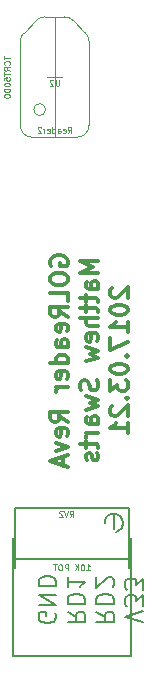
<source format=gbo>
G04 #@! TF.FileFunction,Legend,Bot*
%FSLAX46Y46*%
G04 Gerber Fmt 4.6, Leading zero omitted, Abs format (unit mm)*
G04 Created by KiCad (PCBNEW 4.0.4-stable) date 03/22/17 00:01:14*
%MOMM*%
%LPD*%
G01*
G04 APERTURE LIST*
%ADD10C,0.100000*%
%ADD11C,0.300000*%
%ADD12C,0.200000*%
%ADD13C,0.150000*%
G04 APERTURE END LIST*
D10*
X125119047Y-133726190D02*
X125285714Y-133488095D01*
X125404761Y-133726190D02*
X125404761Y-133226190D01*
X125214285Y-133226190D01*
X125166666Y-133250000D01*
X125142857Y-133273810D01*
X125119047Y-133321429D01*
X125119047Y-133392857D01*
X125142857Y-133440476D01*
X125166666Y-133464286D01*
X125214285Y-133488095D01*
X125404761Y-133488095D01*
X124714285Y-133702381D02*
X124761904Y-133726190D01*
X124857142Y-133726190D01*
X124904761Y-133702381D01*
X124928571Y-133654762D01*
X124928571Y-133464286D01*
X124904761Y-133416667D01*
X124857142Y-133392857D01*
X124761904Y-133392857D01*
X124714285Y-133416667D01*
X124690476Y-133464286D01*
X124690476Y-133511905D01*
X124928571Y-133559524D01*
X124261905Y-133726190D02*
X124261905Y-133464286D01*
X124285714Y-133416667D01*
X124333333Y-133392857D01*
X124428571Y-133392857D01*
X124476190Y-133416667D01*
X124261905Y-133702381D02*
X124309524Y-133726190D01*
X124428571Y-133726190D01*
X124476190Y-133702381D01*
X124500000Y-133654762D01*
X124500000Y-133607143D01*
X124476190Y-133559524D01*
X124428571Y-133535714D01*
X124309524Y-133535714D01*
X124261905Y-133511905D01*
X123809524Y-133726190D02*
X123809524Y-133226190D01*
X123809524Y-133702381D02*
X123857143Y-133726190D01*
X123952381Y-133726190D01*
X124000000Y-133702381D01*
X124023809Y-133678571D01*
X124047619Y-133630952D01*
X124047619Y-133488095D01*
X124023809Y-133440476D01*
X124000000Y-133416667D01*
X123952381Y-133392857D01*
X123857143Y-133392857D01*
X123809524Y-133416667D01*
X123380952Y-133702381D02*
X123428571Y-133726190D01*
X123523809Y-133726190D01*
X123571428Y-133702381D01*
X123595238Y-133654762D01*
X123595238Y-133464286D01*
X123571428Y-133416667D01*
X123523809Y-133392857D01*
X123428571Y-133392857D01*
X123380952Y-133416667D01*
X123357143Y-133464286D01*
X123357143Y-133511905D01*
X123595238Y-133559524D01*
X123142857Y-133726190D02*
X123142857Y-133392857D01*
X123142857Y-133488095D02*
X123119048Y-133440476D01*
X123095238Y-133416667D01*
X123047619Y-133392857D01*
X123000000Y-133392857D01*
X122857143Y-133273810D02*
X122833333Y-133250000D01*
X122785714Y-133226190D01*
X122666667Y-133226190D01*
X122619048Y-133250000D01*
X122595238Y-133273810D01*
X122571429Y-133321429D01*
X122571429Y-133369048D01*
X122595238Y-133440476D01*
X122880952Y-133726190D01*
X122571429Y-133726190D01*
D11*
X123700000Y-144964286D02*
X123628571Y-144821429D01*
X123628571Y-144607143D01*
X123700000Y-144392858D01*
X123842857Y-144250000D01*
X123985714Y-144178572D01*
X124271429Y-144107143D01*
X124485714Y-144107143D01*
X124771429Y-144178572D01*
X124914286Y-144250000D01*
X125057143Y-144392858D01*
X125128571Y-144607143D01*
X125128571Y-144750000D01*
X125057143Y-144964286D01*
X124985714Y-145035715D01*
X124485714Y-145035715D01*
X124485714Y-144750000D01*
X123628571Y-145964286D02*
X123628571Y-146250000D01*
X123700000Y-146392858D01*
X123842857Y-146535715D01*
X124128571Y-146607143D01*
X124628571Y-146607143D01*
X124914286Y-146535715D01*
X125057143Y-146392858D01*
X125128571Y-146250000D01*
X125128571Y-145964286D01*
X125057143Y-145821429D01*
X124914286Y-145678572D01*
X124628571Y-145607143D01*
X124128571Y-145607143D01*
X123842857Y-145678572D01*
X123700000Y-145821429D01*
X123628571Y-145964286D01*
X125128571Y-147964287D02*
X125128571Y-147250001D01*
X123628571Y-147250001D01*
X125128571Y-149321430D02*
X124414286Y-148821430D01*
X125128571Y-148464287D02*
X123628571Y-148464287D01*
X123628571Y-149035715D01*
X123700000Y-149178573D01*
X123771429Y-149250001D01*
X123914286Y-149321430D01*
X124128571Y-149321430D01*
X124271429Y-149250001D01*
X124342857Y-149178573D01*
X124414286Y-149035715D01*
X124414286Y-148464287D01*
X125057143Y-150535715D02*
X125128571Y-150392858D01*
X125128571Y-150107144D01*
X125057143Y-149964287D01*
X124914286Y-149892858D01*
X124342857Y-149892858D01*
X124200000Y-149964287D01*
X124128571Y-150107144D01*
X124128571Y-150392858D01*
X124200000Y-150535715D01*
X124342857Y-150607144D01*
X124485714Y-150607144D01*
X124628571Y-149892858D01*
X125128571Y-151892858D02*
X124342857Y-151892858D01*
X124200000Y-151821429D01*
X124128571Y-151678572D01*
X124128571Y-151392858D01*
X124200000Y-151250001D01*
X125057143Y-151892858D02*
X125128571Y-151750001D01*
X125128571Y-151392858D01*
X125057143Y-151250001D01*
X124914286Y-151178572D01*
X124771429Y-151178572D01*
X124628571Y-151250001D01*
X124557143Y-151392858D01*
X124557143Y-151750001D01*
X124485714Y-151892858D01*
X125128571Y-153250001D02*
X123628571Y-153250001D01*
X125057143Y-153250001D02*
X125128571Y-153107144D01*
X125128571Y-152821430D01*
X125057143Y-152678572D01*
X124985714Y-152607144D01*
X124842857Y-152535715D01*
X124414286Y-152535715D01*
X124271429Y-152607144D01*
X124200000Y-152678572D01*
X124128571Y-152821430D01*
X124128571Y-153107144D01*
X124200000Y-153250001D01*
X125057143Y-154535715D02*
X125128571Y-154392858D01*
X125128571Y-154107144D01*
X125057143Y-153964287D01*
X124914286Y-153892858D01*
X124342857Y-153892858D01*
X124200000Y-153964287D01*
X124128571Y-154107144D01*
X124128571Y-154392858D01*
X124200000Y-154535715D01*
X124342857Y-154607144D01*
X124485714Y-154607144D01*
X124628571Y-153892858D01*
X125128571Y-155250001D02*
X124128571Y-155250001D01*
X124414286Y-155250001D02*
X124271429Y-155321429D01*
X124200000Y-155392858D01*
X124128571Y-155535715D01*
X124128571Y-155678572D01*
X125128571Y-158178572D02*
X124414286Y-157678572D01*
X125128571Y-157321429D02*
X123628571Y-157321429D01*
X123628571Y-157892857D01*
X123700000Y-158035715D01*
X123771429Y-158107143D01*
X123914286Y-158178572D01*
X124128571Y-158178572D01*
X124271429Y-158107143D01*
X124342857Y-158035715D01*
X124414286Y-157892857D01*
X124414286Y-157321429D01*
X125057143Y-159392857D02*
X125128571Y-159250000D01*
X125128571Y-158964286D01*
X125057143Y-158821429D01*
X124914286Y-158750000D01*
X124342857Y-158750000D01*
X124200000Y-158821429D01*
X124128571Y-158964286D01*
X124128571Y-159250000D01*
X124200000Y-159392857D01*
X124342857Y-159464286D01*
X124485714Y-159464286D01*
X124628571Y-158750000D01*
X124128571Y-159964286D02*
X125128571Y-160321429D01*
X124128571Y-160678571D01*
X124700000Y-161178571D02*
X124700000Y-161892857D01*
X125128571Y-161035714D02*
X123628571Y-161535714D01*
X125128571Y-162035714D01*
X127678571Y-144607143D02*
X126178571Y-144607143D01*
X127250000Y-145107143D01*
X126178571Y-145607143D01*
X127678571Y-145607143D01*
X127678571Y-146964286D02*
X126892857Y-146964286D01*
X126750000Y-146892857D01*
X126678571Y-146750000D01*
X126678571Y-146464286D01*
X126750000Y-146321429D01*
X127607143Y-146964286D02*
X127678571Y-146821429D01*
X127678571Y-146464286D01*
X127607143Y-146321429D01*
X127464286Y-146250000D01*
X127321429Y-146250000D01*
X127178571Y-146321429D01*
X127107143Y-146464286D01*
X127107143Y-146821429D01*
X127035714Y-146964286D01*
X126678571Y-147464286D02*
X126678571Y-148035715D01*
X126178571Y-147678572D02*
X127464286Y-147678572D01*
X127607143Y-147750000D01*
X127678571Y-147892858D01*
X127678571Y-148035715D01*
X126678571Y-148321429D02*
X126678571Y-148892858D01*
X126178571Y-148535715D02*
X127464286Y-148535715D01*
X127607143Y-148607143D01*
X127678571Y-148750001D01*
X127678571Y-148892858D01*
X127678571Y-149392858D02*
X126178571Y-149392858D01*
X127678571Y-150035715D02*
X126892857Y-150035715D01*
X126750000Y-149964286D01*
X126678571Y-149821429D01*
X126678571Y-149607144D01*
X126750000Y-149464286D01*
X126821429Y-149392858D01*
X127607143Y-151321429D02*
X127678571Y-151178572D01*
X127678571Y-150892858D01*
X127607143Y-150750001D01*
X127464286Y-150678572D01*
X126892857Y-150678572D01*
X126750000Y-150750001D01*
X126678571Y-150892858D01*
X126678571Y-151178572D01*
X126750000Y-151321429D01*
X126892857Y-151392858D01*
X127035714Y-151392858D01*
X127178571Y-150678572D01*
X126678571Y-151892858D02*
X127678571Y-152178572D01*
X126964286Y-152464286D01*
X127678571Y-152750001D01*
X126678571Y-153035715D01*
X127607143Y-154678572D02*
X127678571Y-154892858D01*
X127678571Y-155250001D01*
X127607143Y-155392858D01*
X127535714Y-155464287D01*
X127392857Y-155535715D01*
X127250000Y-155535715D01*
X127107143Y-155464287D01*
X127035714Y-155392858D01*
X126964286Y-155250001D01*
X126892857Y-154964287D01*
X126821429Y-154821429D01*
X126750000Y-154750001D01*
X126607143Y-154678572D01*
X126464286Y-154678572D01*
X126321429Y-154750001D01*
X126250000Y-154821429D01*
X126178571Y-154964287D01*
X126178571Y-155321429D01*
X126250000Y-155535715D01*
X126678571Y-156035715D02*
X127678571Y-156321429D01*
X126964286Y-156607143D01*
X127678571Y-156892858D01*
X126678571Y-157178572D01*
X127678571Y-158392858D02*
X126892857Y-158392858D01*
X126750000Y-158321429D01*
X126678571Y-158178572D01*
X126678571Y-157892858D01*
X126750000Y-157750001D01*
X127607143Y-158392858D02*
X127678571Y-158250001D01*
X127678571Y-157892858D01*
X127607143Y-157750001D01*
X127464286Y-157678572D01*
X127321429Y-157678572D01*
X127178571Y-157750001D01*
X127107143Y-157892858D01*
X127107143Y-158250001D01*
X127035714Y-158392858D01*
X127678571Y-159107144D02*
X126678571Y-159107144D01*
X126964286Y-159107144D02*
X126821429Y-159178572D01*
X126750000Y-159250001D01*
X126678571Y-159392858D01*
X126678571Y-159535715D01*
X126678571Y-159821429D02*
X126678571Y-160392858D01*
X126178571Y-160035715D02*
X127464286Y-160035715D01*
X127607143Y-160107143D01*
X127678571Y-160250001D01*
X127678571Y-160392858D01*
X127607143Y-160821429D02*
X127678571Y-160964286D01*
X127678571Y-161250001D01*
X127607143Y-161392858D01*
X127464286Y-161464286D01*
X127392857Y-161464286D01*
X127250000Y-161392858D01*
X127178571Y-161250001D01*
X127178571Y-161035715D01*
X127107143Y-160892858D01*
X126964286Y-160821429D01*
X126892857Y-160821429D01*
X126750000Y-160892858D01*
X126678571Y-161035715D01*
X126678571Y-161250001D01*
X126750000Y-161392858D01*
X128871429Y-146857144D02*
X128800000Y-146928573D01*
X128728571Y-147071430D01*
X128728571Y-147428573D01*
X128800000Y-147571430D01*
X128871429Y-147642859D01*
X129014286Y-147714287D01*
X129157143Y-147714287D01*
X129371429Y-147642859D01*
X130228571Y-146785716D01*
X130228571Y-147714287D01*
X128728571Y-148642858D02*
X128728571Y-148785715D01*
X128800000Y-148928572D01*
X128871429Y-149000001D01*
X129014286Y-149071430D01*
X129300000Y-149142858D01*
X129657143Y-149142858D01*
X129942857Y-149071430D01*
X130085714Y-149000001D01*
X130157143Y-148928572D01*
X130228571Y-148785715D01*
X130228571Y-148642858D01*
X130157143Y-148500001D01*
X130085714Y-148428572D01*
X129942857Y-148357144D01*
X129657143Y-148285715D01*
X129300000Y-148285715D01*
X129014286Y-148357144D01*
X128871429Y-148428572D01*
X128800000Y-148500001D01*
X128728571Y-148642858D01*
X130228571Y-150571429D02*
X130228571Y-149714286D01*
X130228571Y-150142858D02*
X128728571Y-150142858D01*
X128942857Y-150000001D01*
X129085714Y-149857143D01*
X129157143Y-149714286D01*
X128728571Y-151071429D02*
X128728571Y-152071429D01*
X130228571Y-151428572D01*
X130085714Y-152642857D02*
X130157143Y-152714285D01*
X130228571Y-152642857D01*
X130157143Y-152571428D01*
X130085714Y-152642857D01*
X130228571Y-152642857D01*
X128728571Y-153642857D02*
X128728571Y-153785714D01*
X128800000Y-153928571D01*
X128871429Y-154000000D01*
X129014286Y-154071429D01*
X129300000Y-154142857D01*
X129657143Y-154142857D01*
X129942857Y-154071429D01*
X130085714Y-154000000D01*
X130157143Y-153928571D01*
X130228571Y-153785714D01*
X130228571Y-153642857D01*
X130157143Y-153500000D01*
X130085714Y-153428571D01*
X129942857Y-153357143D01*
X129657143Y-153285714D01*
X129300000Y-153285714D01*
X129014286Y-153357143D01*
X128871429Y-153428571D01*
X128800000Y-153500000D01*
X128728571Y-153642857D01*
X128728571Y-154642857D02*
X128728571Y-155571428D01*
X129300000Y-155071428D01*
X129300000Y-155285714D01*
X129371429Y-155428571D01*
X129442857Y-155500000D01*
X129585714Y-155571428D01*
X129942857Y-155571428D01*
X130085714Y-155500000D01*
X130157143Y-155428571D01*
X130228571Y-155285714D01*
X130228571Y-154857142D01*
X130157143Y-154714285D01*
X130085714Y-154642857D01*
X130085714Y-156214285D02*
X130157143Y-156285713D01*
X130228571Y-156214285D01*
X130157143Y-156142856D01*
X130085714Y-156214285D01*
X130228571Y-156214285D01*
X128871429Y-156857142D02*
X128800000Y-156928571D01*
X128728571Y-157071428D01*
X128728571Y-157428571D01*
X128800000Y-157571428D01*
X128871429Y-157642857D01*
X129014286Y-157714285D01*
X129157143Y-157714285D01*
X129371429Y-157642857D01*
X130228571Y-156785714D01*
X130228571Y-157714285D01*
X130228571Y-159142856D02*
X130228571Y-158285713D01*
X130228571Y-158714285D02*
X128728571Y-158714285D01*
X128942857Y-158571428D01*
X129085714Y-158428570D01*
X129157143Y-158285713D01*
D12*
X131496429Y-175178571D02*
X129996429Y-174678571D01*
X131496429Y-174178571D01*
X131496429Y-173821428D02*
X131496429Y-172892857D01*
X130925000Y-173392857D01*
X130925000Y-173178571D01*
X130853571Y-173035714D01*
X130782143Y-172964285D01*
X130639286Y-172892857D01*
X130282143Y-172892857D01*
X130139286Y-172964285D01*
X130067857Y-173035714D01*
X129996429Y-173178571D01*
X129996429Y-173607143D01*
X130067857Y-173750000D01*
X130139286Y-173821428D01*
X131496429Y-172392857D02*
X131496429Y-171464286D01*
X130925000Y-171964286D01*
X130925000Y-171750000D01*
X130853571Y-171607143D01*
X130782143Y-171535714D01*
X130639286Y-171464286D01*
X130282143Y-171464286D01*
X130139286Y-171535714D01*
X130067857Y-171607143D01*
X129996429Y-171750000D01*
X129996429Y-172178572D01*
X130067857Y-172321429D01*
X130139286Y-172392857D01*
X127546429Y-174249999D02*
X128260714Y-174749999D01*
X127546429Y-175107142D02*
X129046429Y-175107142D01*
X129046429Y-174535714D01*
X128975000Y-174392856D01*
X128903571Y-174321428D01*
X128760714Y-174249999D01*
X128546429Y-174249999D01*
X128403571Y-174321428D01*
X128332143Y-174392856D01*
X128260714Y-174535714D01*
X128260714Y-175107142D01*
X127546429Y-173607142D02*
X129046429Y-173607142D01*
X129046429Y-173249999D01*
X128975000Y-173035714D01*
X128832143Y-172892856D01*
X128689286Y-172821428D01*
X128403571Y-172749999D01*
X128189286Y-172749999D01*
X127903571Y-172821428D01*
X127760714Y-172892856D01*
X127617857Y-173035714D01*
X127546429Y-173249999D01*
X127546429Y-173607142D01*
X128903571Y-172178571D02*
X128975000Y-172107142D01*
X129046429Y-171964285D01*
X129046429Y-171607142D01*
X128975000Y-171464285D01*
X128903571Y-171392856D01*
X128760714Y-171321428D01*
X128617857Y-171321428D01*
X128403571Y-171392856D01*
X127546429Y-172249999D01*
X127546429Y-171321428D01*
X125096429Y-174249999D02*
X125810714Y-174749999D01*
X125096429Y-175107142D02*
X126596429Y-175107142D01*
X126596429Y-174535714D01*
X126525000Y-174392856D01*
X126453571Y-174321428D01*
X126310714Y-174249999D01*
X126096429Y-174249999D01*
X125953571Y-174321428D01*
X125882143Y-174392856D01*
X125810714Y-174535714D01*
X125810714Y-175107142D01*
X125096429Y-173607142D02*
X126596429Y-173607142D01*
X126596429Y-173249999D01*
X126525000Y-173035714D01*
X126382143Y-172892856D01*
X126239286Y-172821428D01*
X125953571Y-172749999D01*
X125739286Y-172749999D01*
X125453571Y-172821428D01*
X125310714Y-172892856D01*
X125167857Y-173035714D01*
X125096429Y-173249999D01*
X125096429Y-173607142D01*
X125096429Y-171321428D02*
X125096429Y-172178571D01*
X125096429Y-171749999D02*
X126596429Y-171749999D01*
X126382143Y-171892856D01*
X126239286Y-172035714D01*
X126167857Y-172178571D01*
X124075000Y-174392857D02*
X124146429Y-174535714D01*
X124146429Y-174750000D01*
X124075000Y-174964285D01*
X123932143Y-175107143D01*
X123789286Y-175178571D01*
X123503571Y-175250000D01*
X123289286Y-175250000D01*
X123003571Y-175178571D01*
X122860714Y-175107143D01*
X122717857Y-174964285D01*
X122646429Y-174750000D01*
X122646429Y-174607143D01*
X122717857Y-174392857D01*
X122789286Y-174321428D01*
X123289286Y-174321428D01*
X123289286Y-174607143D01*
X122646429Y-173678571D02*
X124146429Y-173678571D01*
X122646429Y-172821428D01*
X124146429Y-172821428D01*
X122646429Y-172107142D02*
X124146429Y-172107142D01*
X124146429Y-171749999D01*
X124075000Y-171535714D01*
X123932143Y-171392856D01*
X123789286Y-171321428D01*
X123503571Y-171249999D01*
X123289286Y-171249999D01*
X123003571Y-171321428D01*
X122860714Y-171392856D01*
X122717857Y-171535714D01*
X122646429Y-171749999D01*
X122646429Y-172107142D01*
X120500000Y-178000000D02*
X120500000Y-168000000D01*
X130500000Y-178000000D02*
X120500000Y-178000000D01*
X130500000Y-168000000D02*
X130500000Y-178000000D01*
D13*
X129016000Y-165968000D02*
X129016000Y-167238000D01*
X128228600Y-166717300D02*
X128266700Y-166463300D01*
X128266700Y-166463300D02*
X128444500Y-166183900D01*
X128444500Y-166183900D02*
X128762000Y-165968000D01*
X128762000Y-165968000D02*
X129206500Y-165955300D01*
X129206500Y-165955300D02*
X129562100Y-166158500D01*
X129562100Y-166158500D02*
X129739900Y-166450600D01*
X129739900Y-166450600D02*
X129790700Y-166768100D01*
X129790700Y-166768100D02*
X129689100Y-167174500D01*
X129689100Y-167174500D02*
X129346200Y-167428500D01*
X129346200Y-167428500D02*
X129168400Y-167517400D01*
X120634000Y-169778000D02*
X130286000Y-169778000D01*
X130286000Y-166730000D02*
X130286000Y-165460000D01*
X130286000Y-165460000D02*
X120634000Y-165460000D01*
X120634000Y-165460000D02*
X120634000Y-170540000D01*
X130286000Y-170540000D02*
X130286000Y-168000000D01*
X130286000Y-168000000D02*
X130286000Y-166730000D01*
D10*
X123230000Y-131750000D02*
G75*
G03X123230000Y-131750000I-500000J0D01*
G01*
X121100000Y-133100000D02*
X121100000Y-125964214D01*
X126900000Y-125964214D02*
X126900000Y-133100000D01*
X125900000Y-134100000D02*
X122100000Y-134100000D01*
X124835786Y-123900000D02*
X123164214Y-123900000D01*
X125542893Y-124192893D02*
X126607107Y-125257107D01*
X121392893Y-125257107D02*
X122457107Y-124192893D01*
X125542893Y-124192893D02*
G75*
G03X124835786Y-123900000I-707107J-707107D01*
G01*
X126900000Y-125964214D02*
G75*
G03X126607107Y-125257107I-1000000J0D01*
G01*
X125900000Y-134100000D02*
G75*
G03X126900000Y-133100000I0J1000000D01*
G01*
X121100000Y-133100000D02*
G75*
G03X122100000Y-134100000I1000000J0D01*
G01*
X121392893Y-125257107D02*
G75*
G03X121100000Y-125964214I707107J-707107D01*
G01*
X123164214Y-123900000D02*
G75*
G03X122457107Y-124192893I0J-1000000D01*
G01*
X124650000Y-129000000D02*
X123350000Y-129000000D01*
X124000000Y-134100000D02*
X124000000Y-123900000D01*
X125297618Y-166226190D02*
X125464285Y-165988095D01*
X125583332Y-166226190D02*
X125583332Y-165726190D01*
X125392856Y-165726190D01*
X125345237Y-165750000D01*
X125321428Y-165773810D01*
X125297618Y-165821429D01*
X125297618Y-165892857D01*
X125321428Y-165940476D01*
X125345237Y-165964286D01*
X125392856Y-165988095D01*
X125583332Y-165988095D01*
X125154761Y-165726190D02*
X124988094Y-166226190D01*
X124821428Y-165726190D01*
X124678571Y-165773810D02*
X124654761Y-165750000D01*
X124607142Y-165726190D01*
X124488095Y-165726190D01*
X124440476Y-165750000D01*
X124416666Y-165773810D01*
X124392857Y-165821429D01*
X124392857Y-165869048D01*
X124416666Y-165940476D01*
X124702380Y-166226190D01*
X124392857Y-166226190D01*
X126698095Y-170766190D02*
X126983809Y-170766190D01*
X126840952Y-170766190D02*
X126840952Y-170266190D01*
X126888571Y-170337619D01*
X126936190Y-170385238D01*
X126983809Y-170409048D01*
X126388571Y-170266190D02*
X126340952Y-170266190D01*
X126293333Y-170290000D01*
X126269524Y-170313810D01*
X126245714Y-170361429D01*
X126221905Y-170456667D01*
X126221905Y-170575714D01*
X126245714Y-170670952D01*
X126269524Y-170718571D01*
X126293333Y-170742381D01*
X126340952Y-170766190D01*
X126388571Y-170766190D01*
X126436190Y-170742381D01*
X126460000Y-170718571D01*
X126483809Y-170670952D01*
X126507619Y-170575714D01*
X126507619Y-170456667D01*
X126483809Y-170361429D01*
X126460000Y-170313810D01*
X126436190Y-170290000D01*
X126388571Y-170266190D01*
X126007619Y-170766190D02*
X126007619Y-170266190D01*
X125721905Y-170766190D02*
X125936191Y-170480476D01*
X125721905Y-170266190D02*
X126007619Y-170551905D01*
X125126667Y-170766190D02*
X125126667Y-170266190D01*
X124936191Y-170266190D01*
X124888572Y-170290000D01*
X124864763Y-170313810D01*
X124840953Y-170361429D01*
X124840953Y-170432857D01*
X124864763Y-170480476D01*
X124888572Y-170504286D01*
X124936191Y-170528095D01*
X125126667Y-170528095D01*
X124531429Y-170266190D02*
X124436191Y-170266190D01*
X124388572Y-170290000D01*
X124340953Y-170337619D01*
X124317144Y-170432857D01*
X124317144Y-170599524D01*
X124340953Y-170694762D01*
X124388572Y-170742381D01*
X124436191Y-170766190D01*
X124531429Y-170766190D01*
X124579048Y-170742381D01*
X124626667Y-170694762D01*
X124650477Y-170599524D01*
X124650477Y-170432857D01*
X124626667Y-170337619D01*
X124579048Y-170290000D01*
X124531429Y-170266190D01*
X124174286Y-170266190D02*
X123888572Y-170266190D01*
X124031429Y-170766190D02*
X124031429Y-170266190D01*
X124380952Y-129226190D02*
X124380952Y-129630952D01*
X124357143Y-129678571D01*
X124333333Y-129702381D01*
X124285714Y-129726190D01*
X124190476Y-129726190D01*
X124142857Y-129702381D01*
X124119048Y-129678571D01*
X124095238Y-129630952D01*
X124095238Y-129226190D01*
X123880952Y-129273810D02*
X123857142Y-129250000D01*
X123809523Y-129226190D01*
X123690476Y-129226190D01*
X123642857Y-129250000D01*
X123619047Y-129273810D01*
X123595238Y-129321429D01*
X123595238Y-129369048D01*
X123619047Y-129440476D01*
X123904761Y-129726190D01*
X123595238Y-129726190D01*
X119726190Y-127214287D02*
X119726190Y-127500001D01*
X120226190Y-127357144D02*
X119726190Y-127357144D01*
X120178571Y-127952382D02*
X120202381Y-127928572D01*
X120226190Y-127857144D01*
X120226190Y-127809525D01*
X120202381Y-127738096D01*
X120154762Y-127690477D01*
X120107143Y-127666668D01*
X120011905Y-127642858D01*
X119940476Y-127642858D01*
X119845238Y-127666668D01*
X119797619Y-127690477D01*
X119750000Y-127738096D01*
X119726190Y-127809525D01*
X119726190Y-127857144D01*
X119750000Y-127928572D01*
X119773810Y-127952382D01*
X120226190Y-128452382D02*
X119988095Y-128285715D01*
X120226190Y-128166668D02*
X119726190Y-128166668D01*
X119726190Y-128357144D01*
X119750000Y-128404763D01*
X119773810Y-128428572D01*
X119821429Y-128452382D01*
X119892857Y-128452382D01*
X119940476Y-128428572D01*
X119964286Y-128404763D01*
X119988095Y-128357144D01*
X119988095Y-128166668D01*
X119726190Y-128595239D02*
X119726190Y-128880953D01*
X120226190Y-128738096D02*
X119726190Y-128738096D01*
X119726190Y-129285715D02*
X119726190Y-129047620D01*
X119964286Y-129023810D01*
X119940476Y-129047620D01*
X119916667Y-129095239D01*
X119916667Y-129214286D01*
X119940476Y-129261905D01*
X119964286Y-129285715D01*
X120011905Y-129309524D01*
X120130952Y-129309524D01*
X120178571Y-129285715D01*
X120202381Y-129261905D01*
X120226190Y-129214286D01*
X120226190Y-129095239D01*
X120202381Y-129047620D01*
X120178571Y-129023810D01*
X119726190Y-129619048D02*
X119726190Y-129666667D01*
X119750000Y-129714286D01*
X119773810Y-129738095D01*
X119821429Y-129761905D01*
X119916667Y-129785714D01*
X120035714Y-129785714D01*
X120130952Y-129761905D01*
X120178571Y-129738095D01*
X120202381Y-129714286D01*
X120226190Y-129666667D01*
X120226190Y-129619048D01*
X120202381Y-129571429D01*
X120178571Y-129547619D01*
X120130952Y-129523810D01*
X120035714Y-129500000D01*
X119916667Y-129500000D01*
X119821429Y-129523810D01*
X119773810Y-129547619D01*
X119750000Y-129571429D01*
X119726190Y-129619048D01*
X119726190Y-130095238D02*
X119726190Y-130142857D01*
X119750000Y-130190476D01*
X119773810Y-130214285D01*
X119821429Y-130238095D01*
X119916667Y-130261904D01*
X120035714Y-130261904D01*
X120130952Y-130238095D01*
X120178571Y-130214285D01*
X120202381Y-130190476D01*
X120226190Y-130142857D01*
X120226190Y-130095238D01*
X120202381Y-130047619D01*
X120178571Y-130023809D01*
X120130952Y-130000000D01*
X120035714Y-129976190D01*
X119916667Y-129976190D01*
X119821429Y-130000000D01*
X119773810Y-130023809D01*
X119750000Y-130047619D01*
X119726190Y-130095238D01*
X119726190Y-130571428D02*
X119726190Y-130619047D01*
X119750000Y-130666666D01*
X119773810Y-130690475D01*
X119821429Y-130714285D01*
X119916667Y-130738094D01*
X120035714Y-130738094D01*
X120130952Y-130714285D01*
X120178571Y-130690475D01*
X120202381Y-130666666D01*
X120226190Y-130619047D01*
X120226190Y-130571428D01*
X120202381Y-130523809D01*
X120178571Y-130499999D01*
X120130952Y-130476190D01*
X120035714Y-130452380D01*
X119916667Y-130452380D01*
X119821429Y-130476190D01*
X119773810Y-130499999D01*
X119750000Y-130523809D01*
X119726190Y-130571428D01*
M02*

</source>
